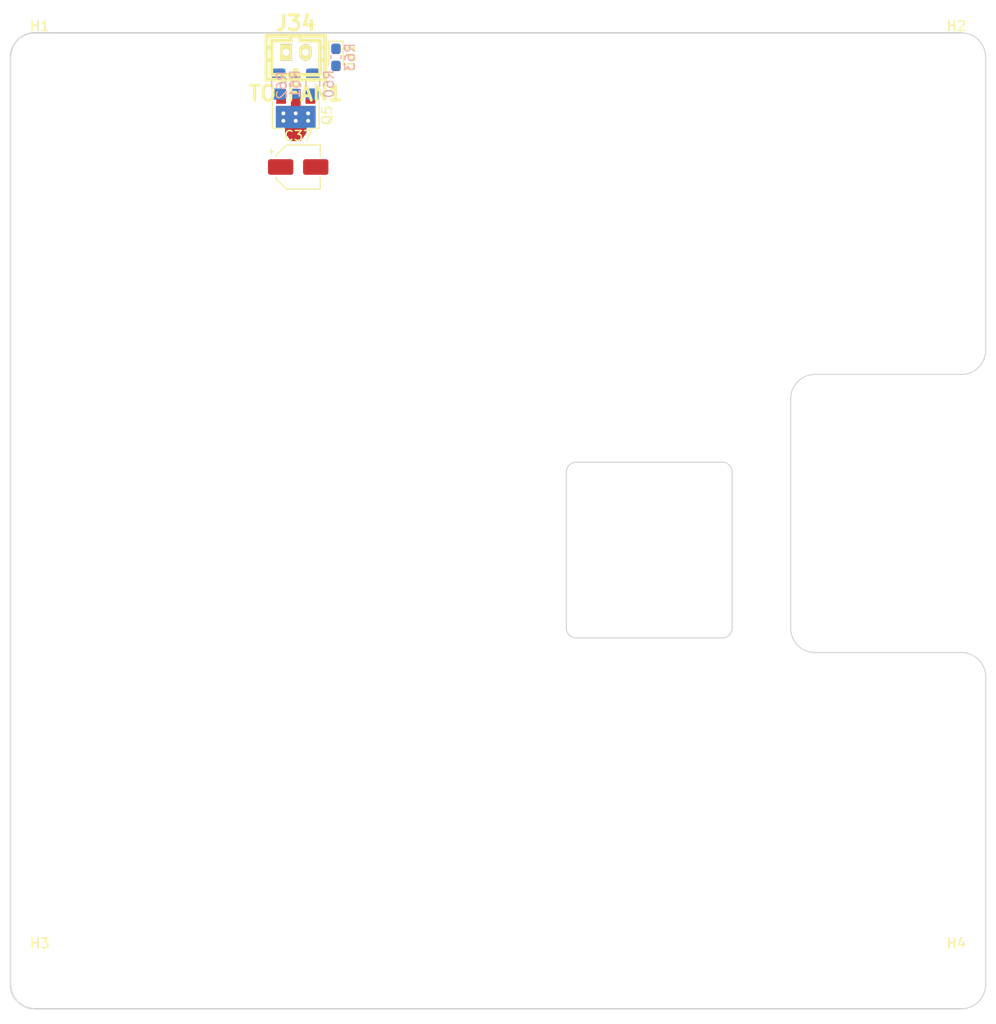
<source format=kicad_pcb>
(kicad_pcb (version 20171130) (host pcbnew 5.0.2-bee76a0~70~ubuntu18.04.1)

  (general
    (thickness 1.6)
    (drawings 24)
    (tracks 0)
    (zones 0)
    (modules 12)
    (nets 8)
  )

  (page A4)
  (layers
    (0 F.Cu signal)
    (31 B.Cu signal)
    (32 B.Adhes user)
    (33 F.Adhes user)
    (34 B.Paste user)
    (35 F.Paste user)
    (36 B.SilkS user)
    (37 F.SilkS user)
    (38 B.Mask user)
    (39 F.Mask user)
    (40 Dwgs.User user)
    (41 Cmts.User user)
    (42 Eco1.User user)
    (43 Eco2.User user)
    (44 Edge.Cuts user)
    (45 Margin user)
    (46 B.CrtYd user)
    (47 F.CrtYd user)
    (48 B.Fab user)
    (49 F.Fab user)
  )

  (setup
    (last_trace_width 0.25)
    (trace_clearance 0.2)
    (zone_clearance 0.508)
    (zone_45_only no)
    (trace_min 0.2)
    (segment_width 0.2)
    (edge_width 0.1)
    (via_size 0.8)
    (via_drill 0.4)
    (via_min_size 0.4)
    (via_min_drill 0.3)
    (uvia_size 0.3)
    (uvia_drill 0.1)
    (uvias_allowed no)
    (uvia_min_size 0.2)
    (uvia_min_drill 0.1)
    (pcb_text_width 0.3)
    (pcb_text_size 1.5 1.5)
    (mod_edge_width 0.15)
    (mod_text_size 1 1)
    (mod_text_width 0.15)
    (pad_size 1.5 1.5)
    (pad_drill 0.6)
    (pad_to_mask_clearance 0)
    (solder_mask_min_width 0.25)
    (aux_axis_origin 0 0)
    (visible_elements FFFFFF7F)
    (pcbplotparams
      (layerselection 0x010fc_ffffffff)
      (usegerberextensions false)
      (usegerberattributes false)
      (usegerberadvancedattributes false)
      (creategerberjobfile false)
      (excludeedgelayer true)
      (linewidth 0.100000)
      (plotframeref false)
      (viasonmask false)
      (mode 1)
      (useauxorigin false)
      (hpglpennumber 1)
      (hpglpenspeed 20)
      (hpglpendiameter 15.000000)
      (psnegative false)
      (psa4output false)
      (plotreference true)
      (plotvalue true)
      (plotinvisibletext false)
      (padsonsilk false)
      (subtractmaskfromsilk false)
      (outputformat 1)
      (mirror false)
      (drillshape 1)
      (scaleselection 1)
      (outputdirectory ""))
  )

  (net 0 "")
  (net 1 GND)
  (net 2 +12V)
  (net 3 "Net-(Q5-Pad2)")
  (net 4 "Net-(Q5-Pad1)")
  (net 5 "Net-(D21-Pad2)")
  (net 6 "Net-(C37-Pad2)")
  (net 7 /FAN_EN)

  (net_class Default "This is the default net class."
    (clearance 0.2)
    (trace_width 0.25)
    (via_dia 0.8)
    (via_drill 0.4)
    (uvia_dia 0.3)
    (uvia_drill 0.1)
    (add_net +12V)
    (add_net /FAN_EN)
    (add_net GND)
    (add_net "Net-(C37-Pad2)")
    (add_net "Net-(D21-Pad2)")
    (add_net "Net-(Q5-Pad1)")
    (add_net "Net-(Q5-Pad2)")
  )

  (module Capacitor_SMD:CP_Elec_4x5.3 (layer F.Cu) (tedit 5BCA39CF) (tstamp 5CE901AE)
    (at 29.5 13.75)
    (descr "SMD capacitor, aluminum electrolytic, Vishay, 4.0x5.3mm")
    (tags "capacitor electrolytic")
    (path /5CCC3211)
    (attr smd)
    (fp_text reference C37 (at 0 -3.2) (layer F.SilkS)
      (effects (font (size 1 1) (thickness 0.15)))
    )
    (fp_text value CP1uf,50V (at 0 3.2) (layer F.Fab)
      (effects (font (size 1 1) (thickness 0.15)))
    )
    (fp_circle (center 0 0) (end 2 0) (layer F.Fab) (width 0.1))
    (fp_line (start 2.15 -2.15) (end 2.15 2.15) (layer F.Fab) (width 0.1))
    (fp_line (start -1.15 -2.15) (end 2.15 -2.15) (layer F.Fab) (width 0.1))
    (fp_line (start -1.15 2.15) (end 2.15 2.15) (layer F.Fab) (width 0.1))
    (fp_line (start -2.15 -1.15) (end -2.15 1.15) (layer F.Fab) (width 0.1))
    (fp_line (start -2.15 -1.15) (end -1.15 -2.15) (layer F.Fab) (width 0.1))
    (fp_line (start -2.15 1.15) (end -1.15 2.15) (layer F.Fab) (width 0.1))
    (fp_line (start -1.574773 -1) (end -1.174773 -1) (layer F.Fab) (width 0.1))
    (fp_line (start -1.374773 -1.2) (end -1.374773 -0.8) (layer F.Fab) (width 0.1))
    (fp_line (start 2.26 2.26) (end 2.26 1.06) (layer F.SilkS) (width 0.12))
    (fp_line (start 2.26 -2.26) (end 2.26 -1.06) (layer F.SilkS) (width 0.12))
    (fp_line (start -1.195563 -2.26) (end 2.26 -2.26) (layer F.SilkS) (width 0.12))
    (fp_line (start -1.195563 2.26) (end 2.26 2.26) (layer F.SilkS) (width 0.12))
    (fp_line (start -2.26 1.195563) (end -2.26 1.06) (layer F.SilkS) (width 0.12))
    (fp_line (start -2.26 -1.195563) (end -2.26 -1.06) (layer F.SilkS) (width 0.12))
    (fp_line (start -2.26 -1.195563) (end -1.195563 -2.26) (layer F.SilkS) (width 0.12))
    (fp_line (start -2.26 1.195563) (end -1.195563 2.26) (layer F.SilkS) (width 0.12))
    (fp_line (start -3 -1.56) (end -2.5 -1.56) (layer F.SilkS) (width 0.12))
    (fp_line (start -2.75 -1.81) (end -2.75 -1.31) (layer F.SilkS) (width 0.12))
    (fp_line (start 2.4 -2.4) (end 2.4 -1.05) (layer F.CrtYd) (width 0.05))
    (fp_line (start 2.4 -1.05) (end 3.35 -1.05) (layer F.CrtYd) (width 0.05))
    (fp_line (start 3.35 -1.05) (end 3.35 1.05) (layer F.CrtYd) (width 0.05))
    (fp_line (start 3.35 1.05) (end 2.4 1.05) (layer F.CrtYd) (width 0.05))
    (fp_line (start 2.4 1.05) (end 2.4 2.4) (layer F.CrtYd) (width 0.05))
    (fp_line (start -1.25 2.4) (end 2.4 2.4) (layer F.CrtYd) (width 0.05))
    (fp_line (start -1.25 -2.4) (end 2.4 -2.4) (layer F.CrtYd) (width 0.05))
    (fp_line (start -2.4 1.25) (end -1.25 2.4) (layer F.CrtYd) (width 0.05))
    (fp_line (start -2.4 -1.25) (end -1.25 -2.4) (layer F.CrtYd) (width 0.05))
    (fp_line (start -2.4 -1.25) (end -2.4 -1.05) (layer F.CrtYd) (width 0.05))
    (fp_line (start -2.4 1.05) (end -2.4 1.25) (layer F.CrtYd) (width 0.05))
    (fp_line (start -2.4 -1.05) (end -3.35 -1.05) (layer F.CrtYd) (width 0.05))
    (fp_line (start -3.35 -1.05) (end -3.35 1.05) (layer F.CrtYd) (width 0.05))
    (fp_line (start -3.35 1.05) (end -2.4 1.05) (layer F.CrtYd) (width 0.05))
    (fp_text user %R (at 0 0) (layer F.Fab)
      (effects (font (size 0.8 0.8) (thickness 0.12)))
    )
    (pad 1 smd roundrect (at -1.8 0) (size 2.6 1.6) (layers F.Cu F.Paste F.Mask) (roundrect_rratio 0.15625)
      (net 2 +12V))
    (pad 2 smd roundrect (at 1.8 0) (size 2.6 1.6) (layers F.Cu F.Paste F.Mask) (roundrect_rratio 0.15625)
      (net 6 "Net-(C37-Pad2)"))
    (model ${KISYS3DMOD}/Capacitor_SMD.3dshapes/CP_Elec_4x5.3.wrl
      (at (xyz 0 0 0))
      (scale (xyz 1 1 1))
      (rotate (xyz 0 0 0))
    )
  )

  (module MountingHole:MountingHole_2.7mm_M2.5 locked (layer F.Cu) (tedit 5CC9656A) (tstamp 5CC97AE5)
    (at 3 97)
    (descr "Mounting Hole 2.7mm, no annular, M2.5")
    (tags "mounting hole 2.7mm no annular m2.5")
    (path /5CC19E46)
    (attr virtual)
    (fp_text reference H3 (at 0 -3.7) (layer F.SilkS)
      (effects (font (size 1 1) (thickness 0.15)))
    )
    (fp_text value MOUNT_M3 (at 0 3.7) (layer F.Fab)
      (effects (font (size 1 1) (thickness 0.15)))
    )
    (fp_text user %R (at 0.3 0) (layer F.Fab)
      (effects (font (size 1 1) (thickness 0.15)))
    )
    (fp_circle (center 0 0) (end 2.7 0) (layer Cmts.User) (width 0.15))
    (fp_circle (center 0 0) (end 2.95 0) (layer F.CrtYd) (width 0.05))
    (pad 1 np_thru_hole circle (at 0 0) (size 2.7 2.7) (drill 2.7) (layers *.Cu *.Mask))
  )

  (module MountingHole:MountingHole_2.7mm_M2.5 locked (layer F.Cu) (tedit 5CC96570) (tstamp 5CCDA043)
    (at 97 97)
    (descr "Mounting Hole 2.7mm, no annular, M2.5")
    (tags "mounting hole 2.7mm no annular m2.5")
    (path /5CC19EB8)
    (attr virtual)
    (fp_text reference H4 (at 0 -3.7) (layer F.SilkS)
      (effects (font (size 1 1) (thickness 0.15)))
    )
    (fp_text value MOUNT_M3 (at 0 3.7) (layer F.Fab)
      (effects (font (size 1 1) (thickness 0.15)))
    )
    (fp_text user %R (at 0.3 0) (layer F.Fab)
      (effects (font (size 1 1) (thickness 0.15)))
    )
    (fp_circle (center 0 0) (end 2.7 0) (layer Cmts.User) (width 0.15))
    (fp_circle (center 0 0) (end 2.95 0) (layer F.CrtYd) (width 0.05))
    (pad 1 np_thru_hole circle (at 0 0) (size 2.7 2.7) (drill 2.7) (layers *.Cu *.Mask))
  )

  (module MountingHole:MountingHole_2.7mm_M2.5 locked (layer F.Cu) (tedit 5CC9655B) (tstamp 5CCDA043)
    (at 3 3)
    (descr "Mounting Hole 2.7mm, no annular, M2.5")
    (tags "mounting hole 2.7mm no annular m2.5")
    (path /5CC19F6E)
    (attr virtual)
    (fp_text reference H1 (at 0 -3.7) (layer F.SilkS)
      (effects (font (size 1 1) (thickness 0.15)))
    )
    (fp_text value MOUNT_M3 (at 0 3.7) (layer F.Fab)
      (effects (font (size 1 1) (thickness 0.15)))
    )
    (fp_text user %R (at 0.3 0) (layer F.Fab)
      (effects (font (size 1 1) (thickness 0.15)))
    )
    (fp_circle (center 0 0) (end 2.7 0) (layer Cmts.User) (width 0.15))
    (fp_circle (center 0 0) (end 2.95 0) (layer F.CrtYd) (width 0.05))
    (pad 1 np_thru_hole circle (at 0 0) (size 2.7 2.7) (drill 2.7) (layers *.Cu *.Mask))
  )

  (module MountingHole:MountingHole_2.7mm_M2.5 locked (layer F.Cu) (tedit 5CC96563) (tstamp 5CCD93C2)
    (at 97 3)
    (descr "Mounting Hole 2.7mm, no annular, M2.5")
    (tags "mounting hole 2.7mm no annular m2.5")
    (path /5CC19F4A)
    (attr virtual)
    (fp_text reference H2 (at 0 -3.7) (layer F.SilkS)
      (effects (font (size 1 1) (thickness 0.15)))
    )
    (fp_text value MOUNT_M3 (at 0 3.7) (layer F.Fab)
      (effects (font (size 1 1) (thickness 0.15)))
    )
    (fp_circle (center 0 0) (end 2.95 0) (layer F.CrtYd) (width 0.05))
    (fp_circle (center 0 0) (end 2.7 0) (layer Cmts.User) (width 0.15))
    (fp_text user %R (at 0.3 0) (layer F.Fab)
      (effects (font (size 1 1) (thickness 0.15)))
    )
    (pad 1 np_thru_hole circle (at 0 0) (size 2.7 2.7) (drill 2.7) (layers *.Cu *.Mask))
  )

  (module LED_SMD:LED_0603_1608Metric_Pad1.05x0.95mm_HandSolder (layer F.Cu) (tedit 5B4B45C9) (tstamp 5CCAA539)
    (at 33.375 2.5225 270)
    (descr "LED SMD 0603 (1608 Metric), square (rectangular) end terminal, IPC_7351 nominal, (Body size source: http://www.tortai-tech.com/upload/download/2011102023233369053.pdf), generated with kicad-footprint-generator")
    (tags "LED handsolder")
    (path /5CC8A045)
    (attr smd)
    (fp_text reference D21 (at 0 -1.43 270) (layer F.SilkS)
      (effects (font (size 1 1) (thickness 0.15)))
    )
    (fp_text value LED_BLUE,0603 (at 0 1.43 270) (layer F.Fab)
      (effects (font (size 1 1) (thickness 0.15)))
    )
    (fp_text user %R (at 0 0 270) (layer F.Fab)
      (effects (font (size 0.4 0.4) (thickness 0.06)))
    )
    (fp_line (start 1.65 0.73) (end -1.65 0.73) (layer F.CrtYd) (width 0.05))
    (fp_line (start 1.65 -0.73) (end 1.65 0.73) (layer F.CrtYd) (width 0.05))
    (fp_line (start -1.65 -0.73) (end 1.65 -0.73) (layer F.CrtYd) (width 0.05))
    (fp_line (start -1.65 0.73) (end -1.65 -0.73) (layer F.CrtYd) (width 0.05))
    (fp_line (start -1.66 0.735) (end 0.8 0.735) (layer F.SilkS) (width 0.12))
    (fp_line (start -1.66 -0.735) (end -1.66 0.735) (layer F.SilkS) (width 0.12))
    (fp_line (start 0.8 -0.735) (end -1.66 -0.735) (layer F.SilkS) (width 0.12))
    (fp_line (start 0.8 0.4) (end 0.8 -0.4) (layer F.Fab) (width 0.1))
    (fp_line (start -0.8 0.4) (end 0.8 0.4) (layer F.Fab) (width 0.1))
    (fp_line (start -0.8 -0.1) (end -0.8 0.4) (layer F.Fab) (width 0.1))
    (fp_line (start -0.5 -0.4) (end -0.8 -0.1) (layer F.Fab) (width 0.1))
    (fp_line (start 0.8 -0.4) (end -0.5 -0.4) (layer F.Fab) (width 0.1))
    (pad 2 smd roundrect (at 0.875 0 270) (size 1.05 0.95) (layers F.Cu F.Paste F.Mask) (roundrect_rratio 0.25)
      (net 5 "Net-(D21-Pad2)"))
    (pad 1 smd roundrect (at -0.875 0 270) (size 1.05 0.95) (layers F.Cu F.Paste F.Mask) (roundrect_rratio 0.25)
      (net 6 "Net-(C37-Pad2)"))
    (model ${KISYS3DMOD}/LED_SMD.3dshapes/LED_0603_1608Metric.wrl
      (at (xyz 0 0 0))
      (scale (xyz 1 1 1))
      (rotate (xyz 0 0 0))
    )
  )

  (module Resistor_SMD:R_0603_1608Metric_Pad1.05x0.95mm_HandSolder (layer B.Cu) (tedit 5B301BBD) (tstamp 5CCAA0F2)
    (at 33.375 2.5 90)
    (descr "Resistor SMD 0603 (1608 Metric), square (rectangular) end terminal, IPC_7351 nominal with elongated pad for handsoldering. (Body size source: http://www.tortai-tech.com/upload/download/2011102023233369053.pdf), generated with kicad-footprint-generator")
    (tags "resistor handsolder")
    (path /5CC242FD)
    (attr smd)
    (fp_text reference R63 (at 0 1.43 90) (layer B.SilkS)
      (effects (font (size 1 1) (thickness 0.15)) (justify mirror))
    )
    (fp_text value R182,0603 (at 0 -1.43 90) (layer B.Fab)
      (effects (font (size 1 1) (thickness 0.15)) (justify mirror))
    )
    (fp_line (start -0.8 -0.4) (end -0.8 0.4) (layer B.Fab) (width 0.1))
    (fp_line (start -0.8 0.4) (end 0.8 0.4) (layer B.Fab) (width 0.1))
    (fp_line (start 0.8 0.4) (end 0.8 -0.4) (layer B.Fab) (width 0.1))
    (fp_line (start 0.8 -0.4) (end -0.8 -0.4) (layer B.Fab) (width 0.1))
    (fp_line (start -0.171267 0.51) (end 0.171267 0.51) (layer B.SilkS) (width 0.12))
    (fp_line (start -0.171267 -0.51) (end 0.171267 -0.51) (layer B.SilkS) (width 0.12))
    (fp_line (start -1.65 -0.73) (end -1.65 0.73) (layer B.CrtYd) (width 0.05))
    (fp_line (start -1.65 0.73) (end 1.65 0.73) (layer B.CrtYd) (width 0.05))
    (fp_line (start 1.65 0.73) (end 1.65 -0.73) (layer B.CrtYd) (width 0.05))
    (fp_line (start 1.65 -0.73) (end -1.65 -0.73) (layer B.CrtYd) (width 0.05))
    (fp_text user %R (at 0 0 90) (layer B.Fab)
      (effects (font (size 0.4 0.4) (thickness 0.06)) (justify mirror))
    )
    (pad 1 smd roundrect (at -0.875 0 90) (size 1.05 0.95) (layers B.Cu B.Paste B.Mask) (roundrect_rratio 0.25)
      (net 5 "Net-(D21-Pad2)"))
    (pad 2 smd roundrect (at 0.875 0 90) (size 1.05 0.95) (layers B.Cu B.Paste B.Mask) (roundrect_rratio 0.25)
      (net 2 +12V))
    (model ${KISYS3DMOD}/Resistor_SMD.3dshapes/R_0603_1608Metric.wrl
      (at (xyz 0 0 0))
      (scale (xyz 1 1 1))
      (rotate (xyz 0 0 0))
    )
  )

  (module Resistor_SMD:R_0603_1608Metric_Pad1.05x0.95mm_HandSolder (layer B.Cu) (tedit 5B301BBD) (tstamp 5CE91132)
    (at 29.25 5.375001 270)
    (descr "Resistor SMD 0603 (1608 Metric), square (rectangular) end terminal, IPC_7351 nominal with elongated pad for handsoldering. (Body size source: http://www.tortai-tech.com/upload/download/2011102023233369053.pdf), generated with kicad-footprint-generator")
    (tags "resistor handsolder")
    (path /5CC8A049)
    (attr smd)
    (fp_text reference R62 (at 0 1.43 270) (layer B.SilkS)
      (effects (font (size 1 1) (thickness 0.15)) (justify mirror))
    )
    (fp_text value R100,0603 (at 0 -1.43 270) (layer B.Fab)
      (effects (font (size 1 1) (thickness 0.15)) (justify mirror))
    )
    (fp_line (start -0.8 -0.4) (end -0.8 0.4) (layer B.Fab) (width 0.1))
    (fp_line (start -0.8 0.4) (end 0.8 0.4) (layer B.Fab) (width 0.1))
    (fp_line (start 0.8 0.4) (end 0.8 -0.4) (layer B.Fab) (width 0.1))
    (fp_line (start 0.8 -0.4) (end -0.8 -0.4) (layer B.Fab) (width 0.1))
    (fp_line (start -0.171267 0.51) (end 0.171267 0.51) (layer B.SilkS) (width 0.12))
    (fp_line (start -0.171267 -0.51) (end 0.171267 -0.51) (layer B.SilkS) (width 0.12))
    (fp_line (start -1.65 -0.73) (end -1.65 0.73) (layer B.CrtYd) (width 0.05))
    (fp_line (start -1.65 0.73) (end 1.65 0.73) (layer B.CrtYd) (width 0.05))
    (fp_line (start 1.65 0.73) (end 1.65 -0.73) (layer B.CrtYd) (width 0.05))
    (fp_line (start 1.65 -0.73) (end -1.65 -0.73) (layer B.CrtYd) (width 0.05))
    (fp_text user %R (at 0 0 270) (layer B.Fab)
      (effects (font (size 0.4 0.4) (thickness 0.06)) (justify mirror))
    )
    (pad 1 smd roundrect (at -0.875 0 270) (size 1.05 0.95) (layers B.Cu B.Paste B.Mask) (roundrect_rratio 0.25)
      (net 6 "Net-(C37-Pad2)"))
    (pad 2 smd roundrect (at 0.875 0 270) (size 1.05 0.95) (layers B.Cu B.Paste B.Mask) (roundrect_rratio 0.25)
      (net 3 "Net-(Q5-Pad2)"))
    (model ${KISYS3DMOD}/Resistor_SMD.3dshapes/R_0603_1608Metric.wrl
      (at (xyz 0 0 0))
      (scale (xyz 1 1 1))
      (rotate (xyz 0 0 0))
    )
  )

  (module Resistor_SMD:R_0805_2012Metric_Pad1.15x1.40mm_HandSolder (layer B.Cu) (tedit 5B36C52B) (tstamp 5CE91102)
    (at 31 5.25 90)
    (descr "Resistor SMD 0805 (2012 Metric), square (rectangular) end terminal, IPC_7351 nominal with elongated pad for handsoldering. (Body size source: https://docs.google.com/spreadsheets/d/1BsfQQcO9C6DZCsRaXUlFlo91Tg2WpOkGARC1WS5S8t0/edit?usp=sharing), generated with kicad-footprint-generator")
    (tags "resistor handsolder")
    (path /5CC24372)
    (attr smd)
    (fp_text reference R60 (at 0 1.65 90) (layer B.SilkS)
      (effects (font (size 1 1) (thickness 0.15)) (justify mirror))
    )
    (fp_text value R100,0805 (at 0 -1.65 90) (layer B.Fab)
      (effects (font (size 1 1) (thickness 0.15)) (justify mirror))
    )
    (fp_text user %R (at 0 0 90) (layer B.Fab)
      (effects (font (size 0.5 0.5) (thickness 0.08)) (justify mirror))
    )
    (fp_line (start 1.85 -0.95) (end -1.85 -0.95) (layer B.CrtYd) (width 0.05))
    (fp_line (start 1.85 0.95) (end 1.85 -0.95) (layer B.CrtYd) (width 0.05))
    (fp_line (start -1.85 0.95) (end 1.85 0.95) (layer B.CrtYd) (width 0.05))
    (fp_line (start -1.85 -0.95) (end -1.85 0.95) (layer B.CrtYd) (width 0.05))
    (fp_line (start -0.261252 -0.71) (end 0.261252 -0.71) (layer B.SilkS) (width 0.12))
    (fp_line (start -0.261252 0.71) (end 0.261252 0.71) (layer B.SilkS) (width 0.12))
    (fp_line (start 1 -0.6) (end -1 -0.6) (layer B.Fab) (width 0.1))
    (fp_line (start 1 0.6) (end 1 -0.6) (layer B.Fab) (width 0.1))
    (fp_line (start -1 0.6) (end 1 0.6) (layer B.Fab) (width 0.1))
    (fp_line (start -1 -0.6) (end -1 0.6) (layer B.Fab) (width 0.1))
    (pad 2 smd roundrect (at 1.025 0 90) (size 1.15 1.4) (layers B.Cu B.Paste B.Mask) (roundrect_rratio 0.217391)
      (net 7 /FAN_EN))
    (pad 1 smd roundrect (at -1.025 0 90) (size 1.15 1.4) (layers B.Cu B.Paste B.Mask) (roundrect_rratio 0.217391)
      (net 4 "Net-(Q5-Pad1)"))
    (model ${KISYS3DMOD}/Resistor_SMD.3dshapes/R_0805_2012Metric.wrl
      (at (xyz 0 0 0))
      (scale (xyz 1 1 1))
      (rotate (xyz 0 0 0))
    )
  )

  (module Resistor_SMD:R_0805_2012Metric_Pad1.15x1.40mm_HandSolder (layer B.Cu) (tedit 5B36C52B) (tstamp 5CE910D2)
    (at 27.5 5.25 90)
    (descr "Resistor SMD 0805 (2012 Metric), square (rectangular) end terminal, IPC_7351 nominal with elongated pad for handsoldering. (Body size source: https://docs.google.com/spreadsheets/d/1BsfQQcO9C6DZCsRaXUlFlo91Tg2WpOkGARC1WS5S8t0/edit?usp=sharing), generated with kicad-footprint-generator")
    (tags "resistor handsolder")
    (path /5CC8A032)
    (attr smd)
    (fp_text reference R61 (at 0 1.65 90) (layer B.SilkS)
      (effects (font (size 1 1) (thickness 0.15)) (justify mirror))
    )
    (fp_text value R104,0805 (at 0 -1.65 90) (layer B.Fab)
      (effects (font (size 1 1) (thickness 0.15)) (justify mirror))
    )
    (fp_line (start -1 -0.6) (end -1 0.6) (layer B.Fab) (width 0.1))
    (fp_line (start -1 0.6) (end 1 0.6) (layer B.Fab) (width 0.1))
    (fp_line (start 1 0.6) (end 1 -0.6) (layer B.Fab) (width 0.1))
    (fp_line (start 1 -0.6) (end -1 -0.6) (layer B.Fab) (width 0.1))
    (fp_line (start -0.261252 0.71) (end 0.261252 0.71) (layer B.SilkS) (width 0.12))
    (fp_line (start -0.261252 -0.71) (end 0.261252 -0.71) (layer B.SilkS) (width 0.12))
    (fp_line (start -1.85 -0.95) (end -1.85 0.95) (layer B.CrtYd) (width 0.05))
    (fp_line (start -1.85 0.95) (end 1.85 0.95) (layer B.CrtYd) (width 0.05))
    (fp_line (start 1.85 0.95) (end 1.85 -0.95) (layer B.CrtYd) (width 0.05))
    (fp_line (start 1.85 -0.95) (end -1.85 -0.95) (layer B.CrtYd) (width 0.05))
    (fp_text user %R (at 0 0 90) (layer B.Fab)
      (effects (font (size 0.5 0.5) (thickness 0.08)) (justify mirror))
    )
    (pad 1 smd roundrect (at -1.025 0 90) (size 1.15 1.4) (layers B.Cu B.Paste B.Mask) (roundrect_rratio 0.217391)
      (net 1 GND))
    (pad 2 smd roundrect (at 1.025 0 90) (size 1.15 1.4) (layers B.Cu B.Paste B.Mask) (roundrect_rratio 0.217391)
      (net 7 /FAN_EN))
    (model ${KISYS3DMOD}/Resistor_SMD.3dshapes/R_0805_2012Metric.wrl
      (at (xyz 0 0 0))
      (scale (xyz 1 1 1))
      (rotate (xyz 0 0 0))
    )
  )

  (module footprint-lib:SOT-89-3,thermal_vias (layer F.Cu) (tedit 5CC92A83) (tstamp 5CE91088)
    (at 29.25 8 270)
    (descr SOT-89-3)
    (tags SOT-89-3)
    (path /5CC8A047)
    (attr smd)
    (fp_text reference Q5 (at 0.45 -3.2 270) (layer F.SilkS)
      (effects (font (size 1 1) (thickness 0.15)))
    )
    (fp_text value D882 (at 0.45 3.25 270) (layer F.Fab)
      (effects (font (size 1 1) (thickness 0.15)))
    )
    (fp_text user %R (at 0.38 0) (layer F.Fab)
      (effects (font (size 0.6 0.6) (thickness 0.09)))
    )
    (fp_line (start 1.78 1.2) (end 1.78 2.4) (layer F.SilkS) (width 0.12))
    (fp_line (start 1.78 2.4) (end -0.92 2.4) (layer F.SilkS) (width 0.12))
    (fp_line (start -2.22 -2.4) (end 1.78 -2.4) (layer F.SilkS) (width 0.12))
    (fp_line (start 1.78 -2.4) (end 1.78 -1.2) (layer F.SilkS) (width 0.12))
    (fp_line (start -0.92 -1.51) (end -0.13 -2.3) (layer F.Fab) (width 0.1))
    (fp_line (start 1.68 -2.3) (end 1.68 2.3) (layer F.Fab) (width 0.1))
    (fp_line (start 1.68 2.3) (end -0.92 2.3) (layer F.Fab) (width 0.1))
    (fp_line (start -0.92 2.3) (end -0.92 -1.51) (layer F.Fab) (width 0.1))
    (fp_line (start -0.13 -2.3) (end 1.68 -2.3) (layer F.Fab) (width 0.1))
    (fp_line (start 3.23 -2.55) (end 3.23 2.55) (layer F.CrtYd) (width 0.05))
    (fp_line (start 3.23 -2.55) (end -2.48 -2.55) (layer F.CrtYd) (width 0.05))
    (fp_line (start -2.48 2.55) (end 3.23 2.55) (layer F.CrtYd) (width 0.05))
    (fp_line (start -2.48 2.55) (end -2.48 -2.55) (layer F.CrtYd) (width 0.05))
    (pad 2 smd trapezoid (at 2.667 0 180) (size 1.6 0.85) (rect_delta 0 0.6 ) (layers F.Cu F.Paste F.Mask)
      (net 3 "Net-(Q5-Pad2)"))
    (pad 1 smd rect (at -1.48 -1.5 180) (size 1 1.5) (layers F.Cu F.Paste F.Mask)
      (net 4 "Net-(Q5-Pad1)"))
    (pad 2 smd rect (at -1.3335 0 180) (size 1 1.8) (layers F.Cu F.Paste F.Mask)
      (net 3 "Net-(Q5-Pad2)"))
    (pad 3 smd rect (at -1.48 1.5 180) (size 1 1.5) (layers F.Cu F.Paste F.Mask)
      (net 1 GND))
    (pad 2 smd rect (at 1.3335 0 180) (size 2.2 1.84) (layers F.Cu F.Paste F.Mask)
      (net 3 "Net-(Q5-Pad2)"))
    (pad 2 smd trapezoid (at -0.0762 0) (size 1.5 1) (rect_delta 0 0.7 ) (layers F.Cu F.Paste F.Mask)
      (net 3 "Net-(Q5-Pad2)"))
    (pad 2 thru_hole rect (at 0.254 0 270) (size 1.524 1.524) (drill 0.4) (layers *.Cu *.Mask)
      (net 3 "Net-(Q5-Pad2)"))
    (pad 2 thru_hole rect (at 0.254 -1.27 270) (size 1.524 1.524) (drill 0.4) (layers *.Cu *.Mask)
      (net 3 "Net-(Q5-Pad2)"))
    (pad 2 thru_hole rect (at 0.254 1.27 270) (size 1.524 1.524) (drill 0.4) (layers *.Cu *.Mask)
      (net 3 "Net-(Q5-Pad2)"))
    (pad 2 thru_hole rect (at 1.016 -1.27 270) (size 1.524 1.524) (drill 0.4) (layers *.Cu *.Mask)
      (net 3 "Net-(Q5-Pad2)"))
    (pad 2 thru_hole rect (at 1.016 0 270) (size 1.524 1.524) (drill 0.4) (layers *.Cu *.Mask)
      (net 3 "Net-(Q5-Pad2)"))
    (pad 2 thru_hole rect (at 1.016 1.27 270) (size 1.524 1.524) (drill 0.4) (layers *.Cu *.Mask)
      (net 3 "Net-(Q5-Pad2)"))
    (model ${KISYS3DMOD}/Package_TO_SOT_SMD.3dshapes/SOT-89-3.wrl
      (at (xyz 0 0 0))
      (scale (xyz 1 1 1))
      (rotate (xyz 0 0 0))
    )
  )

  (module footprint-lib:b2b-ph-kl,fan_pwm_out (layer F.Cu) (tedit 0) (tstamp 5CCA9B97)
    (at 29.25 2)
    (descr "JST PH series connector, B2B-PH-KL")
    (path /5CC8A035)
    (fp_text reference J34 (at 0 -2.99974) (layer F.SilkS)
      (effects (font (size 1.524 1.524) (thickness 0.3048)))
    )
    (fp_text value "TO FAN1" (at 0 4.20116) (layer F.SilkS)
      (effects (font (size 1.524 1.524) (thickness 0.3048)))
    )
    (fp_line (start -0.09906 2.30124) (end -0.09906 1.80086) (layer F.SilkS) (width 0.381))
    (fp_line (start -0.09906 1.80086) (end 0.09906 1.80086) (layer F.SilkS) (width 0.381))
    (fp_line (start 0.09906 1.80086) (end 0.09906 2.30124) (layer F.SilkS) (width 0.381))
    (fp_line (start 2.99974 -0.50038) (end 2.49936 -0.50038) (layer F.SilkS) (width 0.381))
    (fp_line (start 2.49936 0.8001) (end 2.99974 0.8001) (layer F.SilkS) (width 0.381))
    (fp_line (start -2.49936 0.8001) (end -2.99974 0.8001) (layer F.SilkS) (width 0.381))
    (fp_line (start -2.49936 -0.50038) (end -2.99974 -0.50038) (layer F.SilkS) (width 0.381))
    (fp_line (start -0.50038 -1.69926) (end -0.50038 -1.19888) (layer F.SilkS) (width 0.381))
    (fp_line (start -0.50038 -1.19888) (end -2.49936 -1.19888) (layer F.SilkS) (width 0.381))
    (fp_line (start -2.49936 -1.19888) (end -2.49936 2.30124) (layer F.SilkS) (width 0.381))
    (fp_line (start -2.49936 2.30124) (end 2.49936 2.30124) (layer F.SilkS) (width 0.381))
    (fp_line (start 2.49936 2.30124) (end 2.49936 -1.19888) (layer F.SilkS) (width 0.381))
    (fp_line (start 2.49936 -1.19888) (end 0.50038 -1.19888) (layer F.SilkS) (width 0.381))
    (fp_line (start 0.50038 -1.19888) (end 0.50038 -1.69926) (layer F.SilkS) (width 0.381))
    (fp_line (start -2.99974 -1.69926) (end -2.99974 2.79908) (layer F.SilkS) (width 0.381))
    (fp_line (start 2.99974 -1.69926) (end 2.99974 2.79908) (layer F.SilkS) (width 0.381))
    (fp_line (start -1.30048 -1.69926) (end -1.30048 -1.89992) (layer F.SilkS) (width 0.381))
    (fp_line (start -1.30048 -1.89992) (end -1.6002 -1.89992) (layer F.SilkS) (width 0.381))
    (fp_line (start -1.6002 -1.89992) (end -1.6002 -1.69926) (layer F.SilkS) (width 0.381))
    (fp_line (start 2.99974 -1.69926) (end -2.99974 -1.69926) (layer F.SilkS) (width 0.381))
    (fp_line (start -2.99974 2.79908) (end 2.99974 2.79908) (layer F.SilkS) (width 0.381))
    (pad 1 thru_hole rect (at -1.00076 0) (size 1.19888 1.69926) (drill 0.70104) (layers *.Cu *.Mask F.SilkS)
      (net 2 +12V))
    (pad 2 thru_hole oval (at 1.00076 0) (size 1.19888 1.69926) (drill 0.70104) (layers *.Cu *.Mask F.SilkS)
      (net 6 "Net-(C37-Pad2)"))
    (model ${HOME}/_workspace/kicad/kicad_library/smisioto-footprints/modules/packages3d/walter/conn_jst-ph/b2b-ph-kl.wrl
      (at (xyz 0 0 0))
      (scale (xyz 1 1 1))
      (rotate (xyz 0 0 0))
    )
  )

  (gr_arc (start 73 61) (end 73 62) (angle -90) (layer Edge.Cuts) (width 0.1))
  (gr_arc (start 58 61) (end 57 61) (angle -90) (layer Edge.Cuts) (width 0.1))
  (gr_arc (start 58 45) (end 58 44) (angle -90) (layer Edge.Cuts) (width 0.1))
  (gr_arc (start 73 45) (end 74 45) (angle -90) (layer Edge.Cuts) (width 0.1))
  (gr_line (start 57 61) (end 57 45) (layer Edge.Cuts) (width 0.1) (tstamp 5CCBF7A0))
  (gr_line (start 73 62) (end 58 62) (layer Edge.Cuts) (width 0.1) (tstamp 5CCC1B3A))
  (gr_line (start 74 45) (end 74 61) (layer Edge.Cuts) (width 0.1) (tstamp 5CCBF7A3))
  (gr_line (start 58 44) (end 73 44) (layer Edge.Cuts) (width 0.1) (tstamp 5CCBF79D))
  (gr_line (start 100 32.5) (end 100 2.5) (layer Edge.Cuts) (width 0.1) (tstamp 5CDB328F))
  (gr_line (start 100 97.5) (end 100 66) (layer Edge.Cuts) (width 0.1))
  (gr_line (start 82.5 63.5) (end 97.5 63.5) (layer Edge.Cuts) (width 0.1))
  (gr_line (start 80 37.5) (end 80 61) (layer Edge.Cuts) (width 0.1))
  (gr_line (start 82.5 35) (end 97.5 35) (layer Edge.Cuts) (width 0.1))
  (gr_arc (start 82.5 37.5) (end 82.5 35) (angle -90) (layer Edge.Cuts) (width 0.1))
  (gr_arc (start 82.5 61) (end 80 61) (angle -90) (layer Edge.Cuts) (width 0.1))
  (gr_arc (start 97.5 66) (end 100 66) (angle -90) (layer Edge.Cuts) (width 0.1))
  (gr_arc (start 97.5 32.5) (end 97.5 35) (angle -90) (layer Edge.Cuts) (width 0.1))
  (gr_arc (start 2.5 97.5) (end 0 97.5) (angle -90) (layer Edge.Cuts) (width 0.15) (tstamp 5CC1E782))
  (gr_arc (start 97.5 97.5) (end 97.5 100) (angle -90) (layer Edge.Cuts) (width 0.1))
  (gr_arc (start 97.5 2.5) (end 100 2.5) (angle -90) (layer Edge.Cuts) (width 0.1))
  (gr_arc (start 2.5 2.5) (end 2.5 0) (angle -90) (layer Edge.Cuts) (width 0.15) (tstamp 5CC2D8B1))
  (gr_line (start 97.5 0) (end 2.5 0) (layer Edge.Cuts) (width 0.15))
  (gr_line (start 2.5 100) (end 97.5 100) (layer Edge.Cuts) (width 0.15) (tstamp 5CCAFE9E))
  (gr_line (start 0 2.5) (end 0 97.5) (layer Edge.Cuts) (width 0.15))

)

</source>
